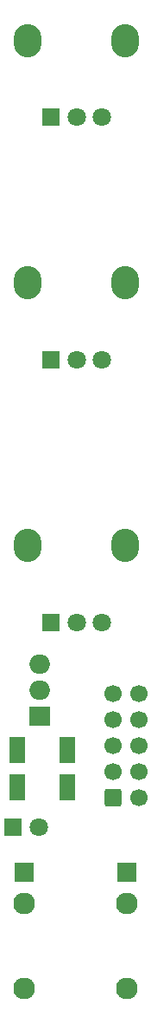
<source format=gbr>
%TF.GenerationSoftware,KiCad,Pcbnew,6.0.7+dfsg-1~bpo11+1*%
%TF.CreationDate,2022-10-24T23:46:05+08:00*%
%TF.ProjectId,MiniDelay,4d696e69-4465-46c6-9179-2e6b69636164,rev?*%
%TF.SameCoordinates,Original*%
%TF.FileFunction,Copper,L1,Top*%
%TF.FilePolarity,Positive*%
%FSLAX46Y46*%
G04 Gerber Fmt 4.6, Leading zero omitted, Abs format (unit mm)*
G04 Created by KiCad (PCBNEW 6.0.7+dfsg-1~bpo11+1) date 2022-10-24 23:46:05*
%MOMM*%
%LPD*%
G01*
G04 APERTURE LIST*
G04 Aperture macros list*
%AMRoundRect*
0 Rectangle with rounded corners*
0 $1 Rounding radius*
0 $2 $3 $4 $5 $6 $7 $8 $9 X,Y pos of 4 corners*
0 Add a 4 corners polygon primitive as box body*
4,1,4,$2,$3,$4,$5,$6,$7,$8,$9,$2,$3,0*
0 Add four circle primitives for the rounded corners*
1,1,$1+$1,$2,$3*
1,1,$1+$1,$4,$5*
1,1,$1+$1,$6,$7*
1,1,$1+$1,$8,$9*
0 Add four rect primitives between the rounded corners*
20,1,$1+$1,$2,$3,$4,$5,0*
20,1,$1+$1,$4,$5,$6,$7,0*
20,1,$1+$1,$6,$7,$8,$9,0*
20,1,$1+$1,$8,$9,$2,$3,0*%
G04 Aperture macros list end*
%TA.AperFunction,SMDPad,CuDef*%
%ADD10RoundRect,0.250000X-0.550000X1.050000X-0.550000X-1.050000X0.550000X-1.050000X0.550000X1.050000X0*%
%TD*%
%TA.AperFunction,ComponentPad*%
%ADD11R,1.930000X1.830000*%
%TD*%
%TA.AperFunction,ComponentPad*%
%ADD12C,2.130000*%
%TD*%
%TA.AperFunction,ComponentPad*%
%ADD13O,2.720000X3.240000*%
%TD*%
%TA.AperFunction,ComponentPad*%
%ADD14R,1.800000X1.800000*%
%TD*%
%TA.AperFunction,ComponentPad*%
%ADD15C,1.800000*%
%TD*%
%TA.AperFunction,ComponentPad*%
%ADD16R,2.000000X1.905000*%
%TD*%
%TA.AperFunction,ComponentPad*%
%ADD17O,2.000000X1.905000*%
%TD*%
%TA.AperFunction,ComponentPad*%
%ADD18RoundRect,0.250000X-0.600000X-0.600000X0.600000X-0.600000X0.600000X0.600000X-0.600000X0.600000X0*%
%TD*%
%TA.AperFunction,ComponentPad*%
%ADD19C,1.700000*%
%TD*%
G04 APERTURE END LIST*
D10*
%TO.P,C2,1*%
%TO.N,GND*%
X119975000Y-131825000D03*
%TO.P,C2,2*%
%TO.N,-12V*%
X119975000Y-135425000D03*
%TD*%
D11*
%TO.P,AudioOut1,S*%
%TO.N,GND*%
X125850000Y-143700000D03*
D12*
%TO.P,AudioOut1,T*%
%TO.N,Net-(AudioOut1-PadT)*%
X125850000Y-155100000D03*
%TO.P,AudioOut1,TN*%
%TO.N,unconnected-(AudioOut1-PadTN)*%
X125850000Y-146800000D03*
%TD*%
D11*
%TO.P,AudioIn1,S*%
%TO.N,GND*%
X115800000Y-143700000D03*
D12*
%TO.P,AudioIn1,T*%
%TO.N,Net-(AudioIn1-PadT)*%
X115800000Y-155100000D03*
%TO.P,AudioIn1,TN*%
%TO.N,unconnected-(AudioIn1-PadTN)*%
X115800000Y-146800000D03*
%TD*%
D13*
%TO.P,LEVEL1,*%
%TO.N,*%
X125700000Y-111825000D03*
X116100000Y-111825000D03*
D14*
%TO.P,LEVEL1,1,1*%
%TO.N,GND*%
X118400000Y-119325000D03*
D15*
%TO.P,LEVEL1,2,2*%
%TO.N,WET_OUT*%
X120900000Y-119325000D03*
%TO.P,LEVEL1,3,3*%
%TO.N,Net-(LEVEL1-Pad3)*%
X123400000Y-119325000D03*
%TD*%
D10*
%TO.P,C1,1*%
%TO.N,+12V*%
X115100000Y-131800000D03*
%TO.P,C1,2*%
%TO.N,GND*%
X115100000Y-135400000D03*
%TD*%
D13*
%TO.P,TIME1,*%
%TO.N,*%
X125700000Y-62500000D03*
X116100000Y-62500000D03*
D14*
%TO.P,TIME1,1,1*%
%TO.N,GND*%
X118400000Y-70000000D03*
D15*
%TO.P,TIME1,2,2*%
%TO.N,Net-(R5-Pad2)*%
X120900000Y-70000000D03*
%TO.P,TIME1,3,3*%
X123400000Y-70000000D03*
%TD*%
D13*
%TO.P,REPEATS1,*%
%TO.N,*%
X116100000Y-86200000D03*
X125700000Y-86200000D03*
D14*
%TO.P,REPEATS1,1,1*%
%TO.N,GND*%
X118400000Y-93700000D03*
D15*
%TO.P,REPEATS1,2,2*%
%TO.N,REPEATS*%
X120900000Y-93700000D03*
%TO.P,REPEATS1,3,3*%
%TO.N,Net-(LEVEL1-Pad3)*%
X123400000Y-93700000D03*
%TD*%
D14*
%TO.P,D1,1,K*%
%TO.N,GND*%
X114650000Y-139350000D03*
D15*
%TO.P,D1,2,A*%
%TO.N,Net-(D1-Pad2)*%
X117190000Y-139350000D03*
%TD*%
D16*
%TO.P,U3,1,IN*%
%TO.N,+12V*%
X117255000Y-128490000D03*
D17*
%TO.P,U3,2,GND*%
%TO.N,GND*%
X117255000Y-125950000D03*
%TO.P,U3,3,OUT*%
%TO.N,+5V*%
X117255000Y-123410000D03*
%TD*%
D18*
%TO.P,J1,1,Pin_1*%
%TO.N,-12V*%
X124447500Y-136480000D03*
D19*
%TO.P,J1,2,Pin_2*%
X126987500Y-136480000D03*
%TO.P,J1,3,Pin_3*%
%TO.N,GND*%
X124447500Y-133940000D03*
%TO.P,J1,4,Pin_4*%
X126987500Y-133940000D03*
%TO.P,J1,5,Pin_5*%
X124447500Y-131400000D03*
%TO.P,J1,6,Pin_6*%
X126987500Y-131400000D03*
%TO.P,J1,7,Pin_7*%
X124447500Y-128860000D03*
%TO.P,J1,8,Pin_8*%
X126987500Y-128860000D03*
%TO.P,J1,9,Pin_9*%
%TO.N,+12V*%
X124447500Y-126320000D03*
%TO.P,J1,10,Pin_10*%
X126987500Y-126320000D03*
%TD*%
M02*

</source>
